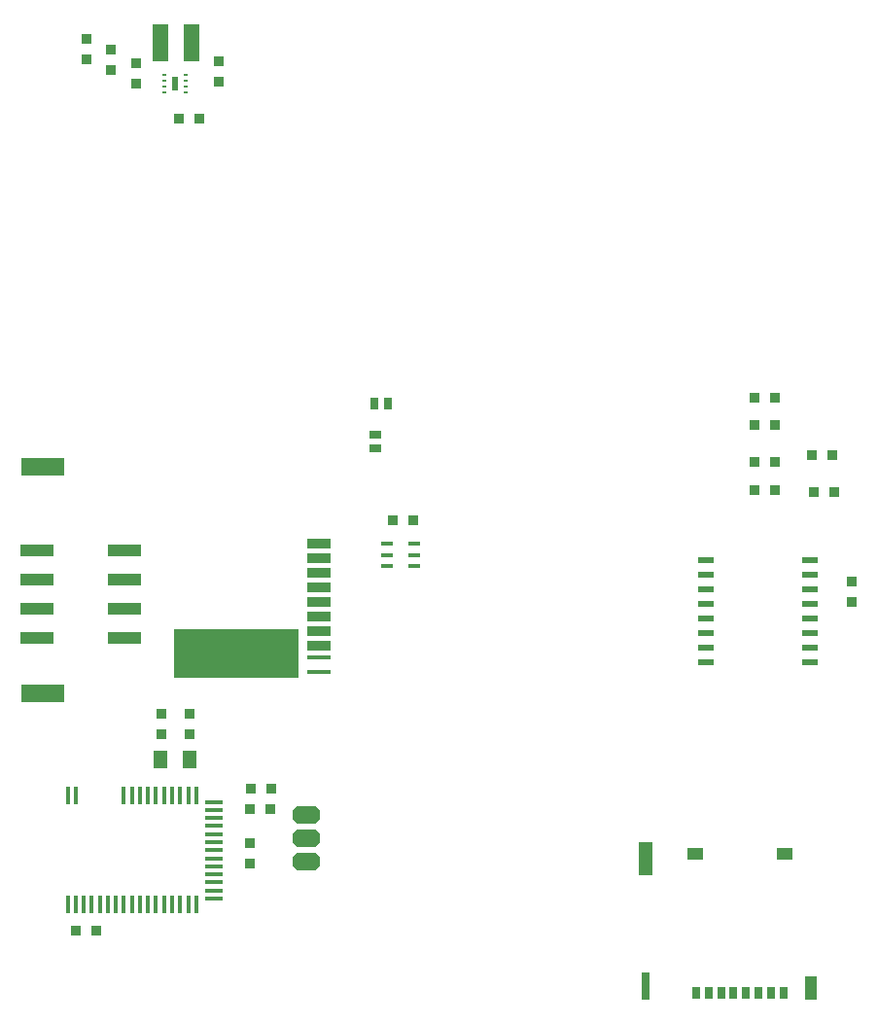
<source format=gbr>
%FSLAX35Y35*%
%MOMM*%
G04 EasyPC Gerber Version 18.0.9 Build 3640 *
%ADD101R,0.34760X1.54760*%
%ADD105R,0.54760X1.14760*%
%ADD108R,0.64760X1.04760*%
%ADD94R,0.64760X1.08760*%
%ADD95R,0.79760X2.34760*%
%ADD99R,0.84760X0.93760*%
%ADD98R,0.99760X2.04760*%
%ADD96R,1.14760X2.88760*%
%ADD103R,1.24760X1.59760*%
%ADD106R,1.34760X3.24760*%
%AMT107*0 Chamfered Rectangle Pad at angle 90*4,1,8,1.22380,-0.31820,1.22380,0.31820,0.76820,0.77380,-0.76820,0.77380,-1.22380,0.31820,-1.22380,-0.31820,-0.76820,-0.77380,0.76820,-0.77380,1.22380,-0.31820,0*%
%ADD107T107*%
%ADD104R,0.36760X0.12760*%
%ADD102R,1.54760X0.34760*%
%ADD88R,2.14760X0.34760*%
%ADD92R,1.04760X0.44760*%
%ADD93R,1.36760X0.49760*%
%ADD109R,1.04760X0.64760*%
%ADD100R,0.93760X0.84760*%
%ADD87R,2.14760X0.84760*%
%ADD97R,1.34760X0.99760*%
%ADD90R,2.84760X1.04760*%
%ADD91R,3.84760X1.54760*%
%ADD89R,10.84760X4.24760*%
X0Y0D02*
D02*
D87*
X3338020Y3499440D03*
Y3626440D03*
Y3753440D03*
Y3880440D03*
Y4007440D03*
Y4134440D03*
Y4261440D03*
Y4388440D03*
D02*
D88*
Y3269440D03*
Y3399440D03*
D02*
D89*
X2623020Y3434440D03*
D02*
D90*
X888020Y3569290D03*
Y3823290D03*
Y4077290D03*
Y4331290D03*
X1650020Y3569290D03*
Y3823290D03*
Y4077290D03*
Y4331290D03*
D02*
D91*
X938020Y3086290D03*
Y5056290D03*
D02*
D92*
X3937490Y4197190D03*
Y4292190D03*
Y4387190D03*
X4172440Y4197190D03*
Y4292190D03*
Y4387190D03*
D02*
D93*
X6710210Y3356340D03*
Y3483340D03*
Y3610340D03*
Y3737340D03*
Y3864340D03*
Y3991340D03*
Y4118340D03*
Y4245340D03*
X7618210Y3356340D03*
Y3483340D03*
Y3610340D03*
Y3737340D03*
Y3864340D03*
Y3991340D03*
Y4118340D03*
Y4245340D03*
D02*
D94*
X6621640Y474610D03*
X6731640D03*
X6841640D03*
X6951640D03*
X7061640D03*
X7171640D03*
X7281640D03*
X7391640D03*
D02*
D95*
X6187140Y537610D03*
D02*
D96*
Y1649610D03*
D02*
D97*
X6617640Y1687110D03*
X7395640D03*
D02*
D98*
X7626140Y522610D03*
D02*
D99*
X1318730Y8603250D03*
Y8781050D03*
X1531120Y8517660D03*
Y8695460D03*
X1749850Y8394030D03*
Y8571830D03*
X1965410Y2729240D03*
Y2907040D03*
X2215840Y2732410D03*
Y2910210D03*
X2466270Y8409880D03*
Y8587680D03*
X2738890Y1607060D03*
Y1784860D03*
X7982070Y3883120D03*
Y4060920D03*
D02*
D100*
X1220320Y1017580D03*
X1398120D03*
X2123770Y8086680D03*
X2301570D03*
X2741920Y2076360D03*
X2745090Y2260220D03*
X2919720Y2076360D03*
X2922890Y2260220D03*
X3987730Y4590170D03*
X4165530D03*
X7132370Y4859620D03*
Y5100540D03*
Y5427050D03*
X7135540Y5658460D03*
X7310170Y4859620D03*
Y5100540D03*
Y5427050D03*
X7313340Y5658460D03*
X7633230Y5163940D03*
X7649080Y4837430D03*
X7811030Y5163940D03*
X7826880Y4837430D03*
D02*
D101*
X1152070Y1245850D03*
Y2195850D03*
X1222070Y1245850D03*
Y2195850D03*
X1292070Y1245850D03*
X1362070D03*
X1432070D03*
X1502070D03*
X1572070D03*
X1642070D03*
Y2195850D03*
X1712070Y1245850D03*
Y2195850D03*
X1782070Y1245850D03*
Y2195850D03*
X1852070Y1245850D03*
Y2195850D03*
X1922070Y1245850D03*
Y2195850D03*
X1992070Y1245850D03*
Y2195850D03*
X2062070Y1245850D03*
Y2195850D03*
X2132070Y1245850D03*
Y2195850D03*
X2202070Y1245850D03*
Y2195850D03*
X2272070Y1245850D03*
Y2195850D03*
D02*
D102*
X2427070Y1300850D03*
Y1370850D03*
Y1440850D03*
Y1510850D03*
Y1580850D03*
Y1650850D03*
Y1720850D03*
Y1790850D03*
Y1860850D03*
Y1930850D03*
Y2000850D03*
Y2070850D03*
Y2140850D03*
D02*
D103*
X1964040Y2507480D03*
X2214040D03*
D02*
D104*
X1990970Y8322340D03*
Y8372340D03*
Y8422340D03*
Y8472340D03*
X2180970Y8322340D03*
Y8372340D03*
Y8422340D03*
Y8472340D03*
D02*
D105*
X2085970Y8397340D03*
D02*
D106*
X1957880Y8752380D03*
X2232880D03*
D02*
D107*
X3230250Y1622740D03*
Y1825940D03*
Y2029140D03*
D02*
D108*
X3823260Y5607740D03*
X3943260D03*
D02*
D109*
X3829370Y5221230D03*
Y5341230D03*
X0Y0D02*
M02*

</source>
